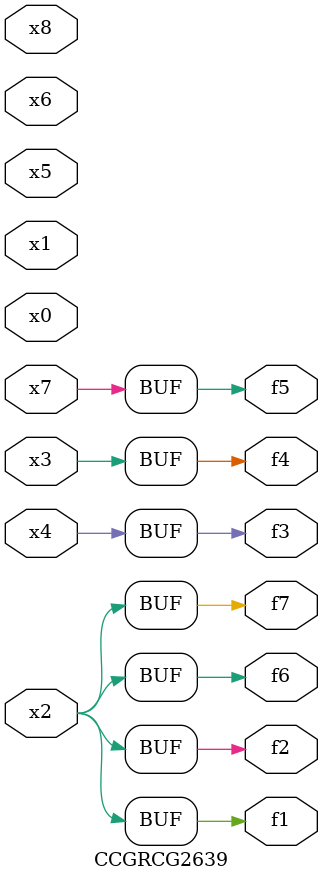
<source format=v>
module CCGRCG2639(
	input x0, x1, x2, x3, x4, x5, x6, x7, x8,
	output f1, f2, f3, f4, f5, f6, f7
);
	assign f1 = x2;
	assign f2 = x2;
	assign f3 = x4;
	assign f4 = x3;
	assign f5 = x7;
	assign f6 = x2;
	assign f7 = x2;
endmodule

</source>
